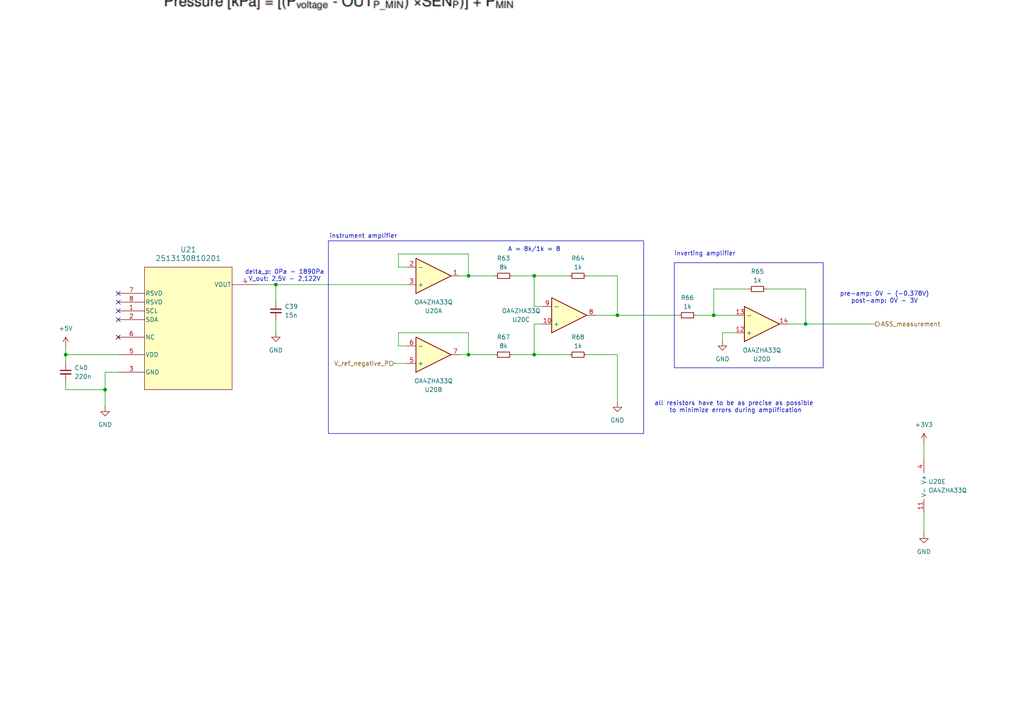
<source format=kicad_sch>
(kicad_sch (version 20231120) (generator "eeschema") (generator_version "8.0")
  (paper "A4")
  (lib_symbols
    (symbol "2513130810201:2513130810201" (pin_names (offset 0.254))
      (property "Reference" "U" (at 20.32 12.7 0))
      (property "Value" "2513130810201" (at 20.32 10.16 0))
      (symbol "2513130810201_0_1"
        (pin unspecified line (at 0 -5.08 0) (length 7.62) (name "SCL") (number "1"))
        (pin unspecified line (at 0 -7.62 0) (length 7.62) (name "SDA") (number "2"))
        (pin power_out line (at 0 -22.86 0) (length 7.62) (name "GND") (number "3"))
        (pin output line (at 40.64 2.54 180) (length 7.62) (name "VOUT") (number "4"))
        (pin power_in line (at 0 -17.78 0) (length 7.62) (name "VDD") (number "5"))
        (pin no_connect line (at 0 -12.7 0) (length 7.62) (name "NC") (number "6"))
        (pin unspecified line (at 0 0 0) (length 7.62) (name "RSVD") (number "7"))
        (pin unspecified line (at 0 -2.54 0) (length 7.62) (name "RSVD") (number "8"))
      )
      (symbol "2513130810201_1_1"
        (rectangle (start 7.62 7.62) (end 33.02 -27.94) (fill (type background)))
      )
    )
    (symbol "Device:C_Small" (pin_numbers hide) (pin_names (offset 0.254) hide)
      (property "Reference" "C" (at 0.254 1.778 0))
      (property "Value" "C_Small" (at 0.254 -2.032 0))
      (symbol "C_Small_0_1"
        (polyline (pts (xy -1.524 -0.508) (xy 1.524 -0.508)) (stroke (width 0.3302)))
        (polyline (pts (xy -1.524 0.508) (xy 1.524 0.508)) (stroke (width 0.3048)))
      )
      (symbol "C_Small_1_1"
        (pin passive line (at 0 2.54 270) (length 2.032) (name "~") (number "1"))
        (pin passive line (at 0 -2.54 90) (length 2.032) (name "~") (number "2"))
      )
    )
    (symbol "Device:Opamp_Quad"
      (property "Reference" "U" (at 0 5.08 0))
      (property "Value" "Opamp_Quad" (at 0 -5.08 0))
      (symbol "Opamp_Quad_1_1"
        (polyline (pts (xy -5.08 5.08) (xy 5.08 0) (xy -5.08 -5.08) (xy -5.08 5.08)) (stroke (width 0.254)) (fill (type background)))
        (pin output line (at 7.62 0 180) (length 2.54) (name "~") (number "1"))
        (pin input line (at -7.62 -2.54 0) (length 2.54) (name "-") (number "2"))
        (pin input line (at -7.62 2.54 0) (length 2.54) (name "+") (number "3"))
      )
      (symbol "Opamp_Quad_2_1"
        (polyline (pts (xy -5.08 5.08) (xy 5.08 0) (xy -5.08 -5.08) (xy -5.08 5.08)) (stroke (width 0.254)) (fill (type background)))
        (pin input line (at -7.62 2.54 0) (length 2.54) (name "+") (number "5"))
        (pin input line (at -7.62 -2.54 0) (length 2.54) (name "-") (number "6"))
        (pin output line (at 7.62 0 180) (length 2.54) (name "~") (number "7"))
      )
      (symbol "Opamp_Quad_3_1"
        (polyline (pts (xy -5.08 5.08) (xy 5.08 0) (xy -5.08 -5.08) (xy -5.08 5.08)) (stroke (width 0.254)) (fill (type background)))
        (pin input line (at -7.62 2.54 0) (length 2.54) (name "+") (number "10"))
        (pin output line (at 7.62 0 180) (length 2.54) (name "~") (number "8"))
        (pin input line (at -7.62 -2.54 0) (length 2.54) (name "-") (number "9"))
      )
      (symbol "Opamp_Quad_4_1"
        (polyline (pts (xy -5.08 5.08) (xy 5.08 0) (xy -5.08 -5.08) (xy -5.08 5.08)) (stroke (width 0.254)) (fill (type background)))
        (pin input line (at -7.62 2.54 0) (length 2.54) (name "+") (number "12"))
        (pin input line (at -7.62 -2.54 0) (length 2.54) (name "-") (number "13"))
        (pin output line (at 7.62 0 180) (length 2.54) (name "~") (number "14"))
      )
      (symbol "Opamp_Quad_5_1"
        (pin power_in line (at -2.54 -7.62 90) (length 3.81) (name "V-") (number "11"))
        (pin power_in line (at -2.54 7.62 270) (length 3.81) (name "V+") (number "4"))
      )
    )
    (symbol "Device:R_Small" (pin_numbers hide) (pin_names (offset 0.254) hide)
      (property "Reference" "R" (at 0.762 0.508 0))
      (property "Value" "R_Small" (at 0.762 -1.016 0))
      (symbol "R_Small_0_1"
        (rectangle (start -0.762 1.778) (end 0.762 -1.778) (stroke (width 0.2032)))
      )
      (symbol "R_Small_1_1"
        (pin passive line (at 0 2.54 270) (length 0.762) (name "~") (number "1"))
        (pin passive line (at 0 -2.54 90) (length 0.762) (name "~") (number "2"))
      )
    )
    (symbol "power:+3V3" (power) (pin_numbers hide) (pin_names (offset 0) hide)
      (property "Value" "+3V3" (at 0 3.556 0))
      (symbol "+3V3_0_1"
        (polyline (pts (xy -0.762 1.27) (xy 0 2.54)))
        (polyline (pts (xy 0 0) (xy 0 2.54)))
        (polyline (pts (xy 0 2.54) (xy 0.762 1.27)))
      )
      (symbol "+3V3_1_1"
        (pin power_in line (at 0 0 90) (length 0) (name "~") (number "1"))
      )
    )
    (symbol "power:+5V" (power) (pin_numbers hide) (pin_names (offset 0) hide)
      (property "Value" "+5V" (at 0 3.556 0))
      (symbol "+5V_0_1"
        (polyline (pts (xy -0.762 1.27) (xy 0 2.54)))
        (polyline (pts (xy 0 0) (xy 0 2.54)))
        (polyline (pts (xy 0 2.54) (xy 0.762 1.27)))
      )
      (symbol "+5V_1_1"
        (pin power_in line (at 0 0 90) (length 0) (name "~") (number "1"))
      )
    )
    (symbol "power:GND" (power) (pin_numbers hide) (pin_names (offset 0) hide)
      (property "Value" "GND" (at 0 -3.81 0))
      (symbol "GND_0_1"
        (polyline (pts (xy 0 0) (xy 0 -1.27) (xy 1.27 -1.27) (xy 0 -2.54) (xy -1.27 -1.27) (xy 0 -1.27)))
      )
      (symbol "GND_1_1"
        (pin power_in line (at 0 0 270) (length 0) (name "~") (number "1"))
      )
    )
  )
  (junction (at 135.89 80.01))
  (junction (at 233.68 93.98))
  (junction (at 19.05 102.87))
  (junction (at 154.94 80.01))
  (junction (at 80.01 82.55))
  (junction (at 207.01 91.44))
  (junction (at 135.89 102.87))
  (junction (at 179.07 91.44))
  (junction (at 30.48 113.03))
  (junction (at 154.94 102.87))
  (no_connect (at 34.29 87.63))
  (no_connect (at 34.29 90.17))
  (no_connect (at 34.29 92.71))
  (no_connect (at 34.29 85.09))
  (no_connect (at 34.29 97.79))
  (wire (pts (xy 154.94 80.01) (xy 165.1 80.01)))
  (wire (pts (xy 80.01 82.55) (xy 80.01 87.63)))
  (wire (pts (xy 135.89 102.87) (xy 143.51 102.87)))
  (wire (pts (xy 30.48 107.95) (xy 34.29 107.95)))
  (wire (pts (xy 118.11 77.47) (xy 115.57 77.47)))
  (wire (pts (xy 80.01 92.71) (xy 80.01 96.52)))
  (wire (pts (xy 135.89 73.66) (xy 135.89 80.01)))
  (wire (pts (xy 222.25 83.82) (xy 233.68 83.82)))
  (wire (pts (xy 207.01 91.44) (xy 213.36 91.44)))
  (wire (pts (xy 19.05 100.33) (xy 19.05 102.87)))
  (wire (pts (xy 115.57 100.33) (xy 115.57 96.52)))
  (wire (pts (xy 209.55 96.52) (xy 213.36 96.52)))
  (wire (pts (xy 233.68 83.82) (xy 233.68 93.98)))
  (wire (pts (xy 201.93 91.44) (xy 207.01 91.44)))
  (wire (pts (xy 207.01 83.82) (xy 217.17 83.82)))
  (wire (pts (xy 114.3 105.41) (xy 118.11 105.41)))
  (wire (pts (xy 170.18 102.87) (xy 179.07 102.87)))
  (wire (pts (xy 80.01 82.55) (xy 118.11 82.55)))
  (wire (pts (xy 115.57 77.47) (xy 115.57 73.66)))
  (wire (pts (xy 30.48 113.03) (xy 30.48 107.95)))
  (wire (pts (xy 157.48 93.98) (xy 154.94 93.98)))
  (wire (pts (xy 154.94 102.87) (xy 165.1 102.87)))
  (wire (pts (xy 172.72 91.44) (xy 179.07 91.44)))
  (wire (pts (xy 179.07 102.87) (xy 179.07 116.84)))
  (wire (pts (xy 267.97 148.59) (xy 267.97 154.94)))
  (wire (pts (xy 207.01 91.44) (xy 207.01 83.82)))
  (wire (pts (xy 148.59 102.87) (xy 154.94 102.87)))
  (wire (pts (xy 19.05 110.49) (xy 19.05 113.03)))
  (wire (pts (xy 170.18 80.01) (xy 179.07 80.01)))
  (wire (pts (xy 154.94 88.9) (xy 154.94 80.01)))
  (wire (pts (xy 30.48 118.11) (xy 30.48 113.03)))
  (wire (pts (xy 233.68 93.98) (xy 254 93.98)))
  (wire (pts (xy 19.05 102.87) (xy 19.05 105.41)))
  (wire (pts (xy 148.59 80.01) (xy 154.94 80.01)))
  (wire (pts (xy 157.48 88.9) (xy 154.94 88.9)))
  (wire (pts (xy 135.89 96.52) (xy 135.89 102.87)))
  (wire (pts (xy 115.57 73.66) (xy 135.89 73.66)))
  (wire (pts (xy 179.07 80.01) (xy 179.07 91.44)))
  (wire (pts (xy 115.57 96.52) (xy 135.89 96.52)))
  (wire (pts (xy 74.93 82.55) (xy 80.01 82.55)))
  (wire (pts (xy 267.97 128.27) (xy 267.97 133.35)))
  (wire (pts (xy 135.89 80.01) (xy 143.51 80.01)))
  (wire (pts (xy 133.35 102.87) (xy 135.89 102.87)))
  (wire (pts (xy 19.05 102.87) (xy 34.29 102.87)))
  (wire (pts (xy 118.11 100.33) (xy 115.57 100.33)))
  (wire (pts (xy 133.35 80.01) (xy 135.89 80.01)))
  (wire (pts (xy 19.05 113.03) (xy 30.48 113.03)))
  (wire (pts (xy 154.94 93.98) (xy 154.94 102.87)))
  (wire (pts (xy 209.55 99.06) (xy 209.55 96.52)))
  (wire (pts (xy 228.6 93.98) (xy 233.68 93.98)))
  (wire (pts (xy 179.07 91.44) (xy 196.85 91.44)))
  (rectangle (start 195.58 76.2) (end 238.76 106.68))
  (rectangle (start 13.97 -55.88) (end 182.88 -48.26) (stroke (width 1) (color 255 0 0 1)))
  (rectangle (start 95.25 69.85) (end 186.69 125.73))
  (image (at 101.6 -43.18))
  (text "all resistors have to be as precise as possible \nto minimize errors during amplification" (at 213.36 118.11 0) (effects (font (size 1.27 1.27))))
  (text "inverting amplifier" (at 204.47 73.66 0) (effects (font (size 1.27 1.27))))
  (text "delta_p: 0Pa - 1890Pa\nV_out: 2,5V - 2,122V" (at 82.55 80.01 0) (effects (font (size 1.27 1.27))))
  (text "pre-amp: 0V - (-0,378V)\npost-amp: 0V - 3V" (at 256.54 86.36 0) (effects (font (size 1.27 1.27))))
  (text "A = 8k/1k = 8" (at 154.94 72.39 0) (effects (font (size 1.27 1.27))))
  (text "instrument amplifier" (at 105.41 68.58 0) (effects (font (size 1.27 1.27))))
  (hierarchical_label "V_ref_negative_P" (shape input) (at 114.3 105.41 180))
  (hierarchical_label "ASS_measurement" (shape output) (at 254 93.98 0))
  (symbol (lib_id "power:GND") (at 179.07 116.84 0) (unit 1)
    (property "Reference" "#PWR0117" (effects (hide yes)))
    (property "Value" "GND" (at 179.07 121.92 0))
    (property "Description" "Power symbol creates a global label with name \"GND\" , ground" (effects (hide yes)))
    (instances (project "SNIFFER" (path "" (reference "#PWR0117") (unit 1)) (path "" (reference "#PWR0110") (unit 1)) (path "" (reference "#PWR076") (unit 1)) (path "" (reference "#PWR0103") (unit 1)) (path "" (reference "#PWR096") (unit 1))))
  )
  (symbol (lib_id "Device:R_Small") (at 167.64 102.87 90) (unit 1)
    (property "Reference" "R68" (at 167.64 97.79 90))
    (property "Value" "1k" (at 167.64 100.33 90))
    (property "Description" "Resistor, small symbol" (effects (hide yes)))
    (instances (project "SNIFFER" (path "" (reference "R68") (unit 1)) (path "" (reference "R62") (unit 1)) (path "" (reference "R30") (unit 1)) (path "" (reference "R56") (unit 1)) (path "" (reference "R50") (unit 1))))
  )
  (symbol (lib_id "Device:Opamp_Quad") (at 125.73 80.01 0) (mirror x) (unit 1)
    (property "Reference" "U20" (at 125.73 90.17 0))
    (property "Value" "OA4ZHA33Q" (at 125.73 87.63 0))
    (property "Datasheet" "https://www.st.com/resource/en/datasheet/oa4zha.pdf" (effects (hide yes)))
    (property "Description" "Quad operational amplifier" (effects (hide yes)))
    (instances (project "SNIFFER" (path "" (reference "U20") (unit 1)) (path "" (reference "U18") (unit 1)) (path "" (reference "U13") (unit 1)) (path "" (reference "U16") (unit 1)) (path "" (reference "U14") (unit 1))))
  )
  (symbol (lib_id "Device:R_Small") (at 146.05 80.01 90) (unit 1)
    (property "Reference" "R63" (at 146.05 74.93 90))
    (property "Value" "8k" (at 146.05 77.47 90))
    (property "Description" "Resistor, small symbol" (effects (hide yes)))
    (instances (project "SNIFFER" (path "" (reference "R63") (unit 1)) (path "" (reference "R57") (unit 1)) (path "" (reference "R27") (unit 1)) (path "" (reference "R51") (unit 1)) (path "" (reference "R45") (unit 1))))
  )
  (symbol (lib_id "Device:R_Small") (at 219.71 83.82 90) (unit 1)
    (property "Reference" "R65" (at 219.71 78.74 90))
    (property "Value" "1k" (at 219.71 81.28 90))
    (property "Description" "Resistor, small symbol" (effects (hide yes)))
    (instances (project "SNIFFER" (path "" (reference "R65") (unit 1)) (path "" (reference "R59") (unit 1)) (path "" (reference "R44") (unit 1)) (path "" (reference "R53") (unit 1)) (path "" (reference "R47") (unit 1))))
  )
  (symbol (lib_id "Device:Opamp_Quad") (at 220.98 93.98 0) (mirror x) (unit 4)
    (property "Reference" "U20" (at 220.98 104.14 0))
    (property "Value" "OA4ZHA33Q" (at 220.98 101.6 0))
    (property "Datasheet" "https://www.st.com/resource/en/datasheet/oa4zha.pdf" (effects (hide yes)))
    (property "Description" "Quad operational amplifier" (effects (hide yes)))
    (instances (project "SNIFFER" (path "" (reference "U20") (unit 4)) (path "" (reference "U18") (unit 4)) (path "" (reference "U13") (unit 4)) (path "" (reference "U16") (unit 4)) (path "" (reference "U14") (unit 4))))
  )
  (symbol (lib_id "power:+5V") (at 19.05 100.33 0) (unit 1)
    (property "Reference" "#PWR0116" (effects (hide yes)))
    (property "Value" "+5V" (at 19.05 95.25 0))
    (property "Description" "Power symbol creates a global label with name \"+5V\"" (effects (hide yes)))
    (instances (project "SNIFFER" (path "" (reference "#PWR0116") (unit 1)) (path "" (reference "#PWR0109") (unit 1)) (path "" (reference "#PWR059") (unit 1)) (path "" (reference "#PWR0102") (unit 1)) (path "" (reference "#PWR095") (unit 1))))
  )
  (symbol (lib_id "Device:R_Small") (at 199.39 91.44 90) (unit 1)
    (property "Reference" "R66" (at 199.39 86.36 90))
    (property "Value" "1k" (at 199.39 88.9 90))
    (property "Description" "Resistor, small symbol" (effects (hide yes)))
    (instances (project "SNIFFER" (path "" (reference "R66") (unit 1)) (path "" (reference "R60") (unit 1)) (path "" (reference "R?") (unit 1)) (path "" (reference "R54") (unit 1)) (path "" (reference "R48") (unit 1))))
  )
  (symbol (lib_id "Device:C_Small") (at 19.05 107.95 0) (unit 1)
    (property "Reference" "C40" (at 21.59 106.6862 0) (effects (justify left)))
    (property "Value" "220n" (at 21.59 109.2262 0) (effects (justify left)))
    (property "Description" "Unpolarized capacitor, small symbol" (effects (hide yes)))
    (instances (project "SNIFFER" (path "" (reference "C40") (unit 1)) (path "" (reference "C38") (unit 1)) (path "" (reference "C?") (unit 1)) (path "" (reference "C36") (unit 1)) (path "" (reference "C34") (unit 1))))
  )
  (symbol (lib_id "Device:R_Small") (at 146.05 102.87 90) (unit 1)
    (property "Reference" "R67" (at 146.05 97.79 90))
    (property "Value" "8k" (at 146.05 100.33 90))
    (property "Description" "Resistor, small symbol" (effects (hide yes)))
    (instances (project "SNIFFER" (path "" (reference "R67") (unit 1)) (path "" (reference "R61") (unit 1)) (path "" (reference "R29") (unit 1)) (path "" (reference "R55") (unit 1)) (path "" (reference "R49") (unit 1))))
  )
  (symbol (lib_id "Device:Opamp_Quad") (at 165.1 91.44 0) (mirror x) (unit 3)
    (property "Reference" "U20" (at 151.13 92.71 0))
    (property "Value" "OA4ZHA33Q" (at 151.13 90.17 0))
    (property "Datasheet" "https://www.st.com/resource/en/datasheet/oa4zha.pdf" (effects (hide yes)))
    (property "Description" "Quad operational amplifier" (effects (hide yes)))
    (instances (project "SNIFFER" (path "" (reference "U20") (unit 3)) (path "" (reference "U18") (unit 3)) (path "" (reference "U13") (unit 3)) (path "" (reference "U16") (unit 3)) (path "" (reference "U14") (unit 3))))
  )
  (symbol (lib_id "power:GND") (at 267.97 154.94 0) (unit 1)
    (property "Reference" "#PWR0120" (effects (hide yes)))
    (property "Value" "GND" (at 267.97 160.02 0))
    (property "Description" "Power symbol creates a global label with name \"GND\" , ground" (effects (hide yes)))
    (instances (project "SNIFFER" (path "" (reference "#PWR0120") (unit 1)) (path "" (reference "#PWR0113") (unit 1)) (path "" (reference "#PWR090") (unit 1)) (path "" (reference "#PWR0106") (unit 1)) (path "" (reference "#PWR099") (unit 1))))
  )
  (symbol (lib_id "Device:R_Small") (at 167.64 80.01 90) (unit 1)
    (property "Reference" "R64" (at 167.64 74.93 90))
    (property "Value" "1k" (at 167.64 77.47 90))
    (property "Description" "Resistor, small symbol" (effects (hide yes)))
    (instances (project "SNIFFER" (path "" (reference "R64") (unit 1)) (path "" (reference "R58") (unit 1)) (path "" (reference "R28") (unit 1)) (path "" (reference "R52") (unit 1)) (path "" (reference "R46") (unit 1))))
  )
  (symbol (lib_id "Device:Opamp_Quad") (at 270.51 140.97 0) (unit 5)
    (property "Reference" "U20" (at 269.24 139.6999 0) (effects (justify left)))
    (property "Value" "OA4ZHA33Q" (at 269.24 142.2399 0) (effects (justify left)))
    (property "Datasheet" "https://www.st.com/resource/en/datasheet/oa4zha.pdf" (effects (hide yes)))
    (property "Description" "Quad operational amplifier" (effects (hide yes)))
    (instances (project "SNIFFER" (path "" (reference "U20") (unit 5)) (path "" (reference "U18") (unit 5)) (path "" (reference "U13") (unit 5)) (path "" (reference "U16") (unit 5)) (path "" (reference "U14") (unit 5))))
  )
  (symbol (lib_id "power:+3V3") (at 267.97 128.27 0) (unit 1)
    (property "Reference" "#PWR0119" (effects (hide yes)))
    (property "Value" "+3V3" (at 267.97 123.19 0))
    (property "Description" "Power symbol creates a global label with name \"+3V3\"" (effects (hide yes)))
    (instances (project "SNIFFER" (path "" (reference "#PWR0119") (unit 1)) (path "" (reference "#PWR0112") (unit 1)) (path "" (reference "#PWR089") (unit 1)) (path "" (reference "#PWR0105") (unit 1)) (path "" (reference "#PWR098") (unit 1))))
  )
  (symbol (lib_id "Device:Opamp_Quad") (at 125.73 102.87 0) (mirror x) (unit 2)
    (property "Reference" "U20" (at 125.73 113.03 0))
    (property "Value" "OA4ZHA33Q" (at 125.73 110.49 0))
    (property "Datasheet" "https://www.st.com/resource/en/datasheet/oa4zha.pdf" (effects (hide yes)))
    (property "Description" "Quad operational amplifier" (effects (hide yes)))
    (instances (project "SNIFFER" (path "" (reference "U20") (unit 2)) (path "" (reference "U18") (unit 2)) (path "" (reference "U13") (unit 2)) (path "" (reference "U16") (unit 2)) (path "" (reference "U14") (unit 2))))
  )
  (symbol (lib_id "2513130810201:2513130810201") (at 34.29 85.09 0) (unit 1)
    (property "Reference" "U21" (at 54.61 72.39 0) (effects (font (size 1.524 1.524))))
    (property "Value" "2513130810201" (at 54.61 74.93 0) (effects (font (size 1.524 1.524))))
    (property "Footprint" "SMT_0810201_WRE" (effects (hide yes)))
    (property "Datasheet" "https://www.we-online.com/components/products/datasheet/2513130810201.pdf" (effects (hide yes)))
    (instances (project "SNIFFER" (path "" (reference "U21") (unit 1)) (path "" (reference "U19") (unit 1)) (path "" (reference "U3") (unit 1)) (path "" (reference "U17") (unit 1)) (path "" (reference "U15") (unit 1))))
  )
  (symbol (lib_id "Device:C_Small") (at 80.01 90.17 0) (unit 1)
    (property "Reference" "C39" (at 82.55 88.9062 0) (effects (justify left)))
    (property "Value" "15n" (at 82.55 91.4462 0) (effects (justify left)))
    (property "Description" "Unpolarized capacitor, small symbol" (effects (hide yes)))
    (instances (project "SNIFFER" (path "" (reference "C39") (unit 1)) (path "" (reference "C37") (unit 1)) (path "" (reference "C?") (unit 1)) (path "" (reference "C35") (unit 1)) (path "" (reference "C33") (unit 1))))
  )
  (symbol (lib_id "power:GND") (at 30.48 118.11 0) (unit 1)
    (property "Reference" "#PWR0118" (effects (hide yes)))
    (property "Value" "GND" (at 30.48 123.19 0))
    (property "Description" "Power symbol creates a global label with name \"GND\" , ground" (effects (hide yes)))
    (instances (project "SNIFFER" (path "" (reference "#PWR0118") (unit 1)) (path "" (reference "#PWR0111") (unit 1)) (path "" (reference "#PWR074") (unit 1)) (path "" (reference "#PWR0104") (unit 1)) (path "" (reference "#PWR097") (unit 1))))
  )
  (symbol (lib_id "power:GND") (at 80.01 96.52 0) (unit 1)
    (property "Reference" "#PWR0114" (effects (hide yes)))
    (property "Value" "GND" (at 80.01 101.6 0))
    (property "Description" "Power symbol creates a global label with name \"GND\" , ground" (effects (hide yes)))
    (instances (project "SNIFFER" (path "" (reference "#PWR0114") (unit 1)) (path "" (reference "#PWR0107") (unit 1)) (path "" (reference "#PWR091") (unit 1)) (path "" (reference "#PWR0100") (unit 1)) (path "" (reference "#PWR093") (unit 1))))
  )
  (symbol (lib_id "power:GND") (at 209.55 99.06 0) (mirror y) (unit 1)
    (property "Reference" "#PWR0115" (effects (hide yes)))
    (property "Value" "GND" (at 209.55 104.14 0))
    (property "Description" "Power symbol creates a global label with name \"GND\" , ground" (effects (hide yes)))
    (instances (project "SNIFFER" (path "" (reference "#PWR0115") (unit 1)) (path "" (reference "#PWR0108") (unit 1)) (path "" (reference "#PWR088") (unit 1)) (path "" (reference "#PWR0101") (unit 1)) (path "" (reference "#PWR094") (unit 1))))
  )
)
</source>
